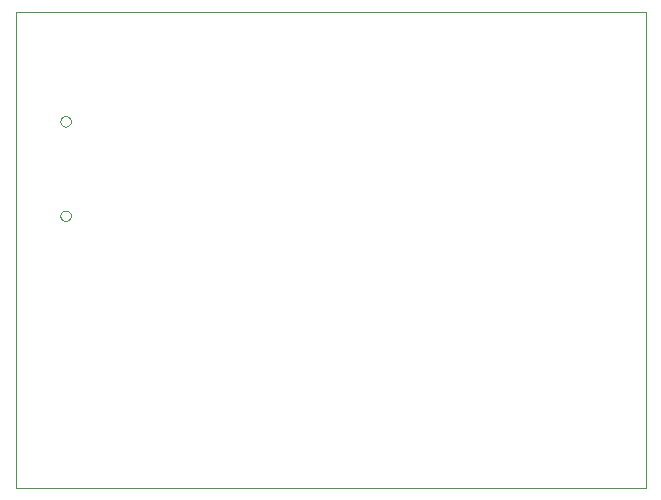
<source format=gm1>
G75*
G70*
%OFA0B0*%
%FSLAX24Y24*%
%IPPOS*%
%LPD*%
%AMOC8*
5,1,8,0,0,1.08239X$1,22.5*
%
%ADD10C,0.0000*%
D10*
X000151Y000151D02*
X000151Y016021D01*
X021143Y016021D01*
X021143Y000151D01*
X021143Y000151D01*
X000151Y000151D01*
X001635Y009228D02*
X001637Y009254D01*
X001643Y009280D01*
X001652Y009304D01*
X001665Y009327D01*
X001682Y009347D01*
X001701Y009365D01*
X001723Y009380D01*
X001746Y009391D01*
X001771Y009399D01*
X001797Y009403D01*
X001823Y009403D01*
X001849Y009399D01*
X001874Y009391D01*
X001898Y009380D01*
X001919Y009365D01*
X001938Y009347D01*
X001955Y009327D01*
X001968Y009304D01*
X001977Y009280D01*
X001983Y009254D01*
X001985Y009228D01*
X001983Y009202D01*
X001977Y009176D01*
X001968Y009152D01*
X001955Y009129D01*
X001938Y009109D01*
X001919Y009091D01*
X001897Y009076D01*
X001874Y009065D01*
X001849Y009057D01*
X001823Y009053D01*
X001797Y009053D01*
X001771Y009057D01*
X001746Y009065D01*
X001722Y009076D01*
X001701Y009091D01*
X001682Y009109D01*
X001665Y009129D01*
X001652Y009152D01*
X001643Y009176D01*
X001637Y009202D01*
X001635Y009228D01*
X001635Y012377D02*
X001637Y012403D01*
X001643Y012429D01*
X001652Y012453D01*
X001665Y012476D01*
X001682Y012496D01*
X001701Y012514D01*
X001723Y012529D01*
X001746Y012540D01*
X001771Y012548D01*
X001797Y012552D01*
X001823Y012552D01*
X001849Y012548D01*
X001874Y012540D01*
X001898Y012529D01*
X001919Y012514D01*
X001938Y012496D01*
X001955Y012476D01*
X001968Y012453D01*
X001977Y012429D01*
X001983Y012403D01*
X001985Y012377D01*
X001983Y012351D01*
X001977Y012325D01*
X001968Y012301D01*
X001955Y012278D01*
X001938Y012258D01*
X001919Y012240D01*
X001897Y012225D01*
X001874Y012214D01*
X001849Y012206D01*
X001823Y012202D01*
X001797Y012202D01*
X001771Y012206D01*
X001746Y012214D01*
X001722Y012225D01*
X001701Y012240D01*
X001682Y012258D01*
X001665Y012278D01*
X001652Y012301D01*
X001643Y012325D01*
X001637Y012351D01*
X001635Y012377D01*
M02*

</source>
